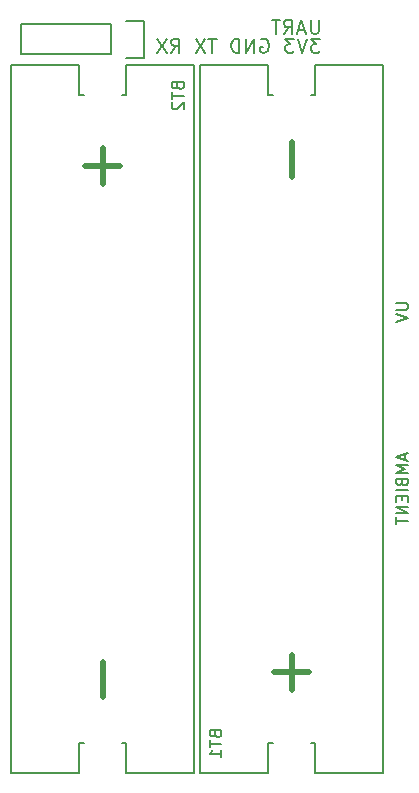
<source format=gbo>
G04 #@! TF.FileFunction,Legend,Bot*
%FSLAX46Y46*%
G04 Gerber Fmt 4.6, Leading zero omitted, Abs format (unit mm)*
G04 Created by KiCad (PCBNEW 4.0.5) date 2017 April 23, Sunday 17:14:46*
%MOMM*%
%LPD*%
G01*
G04 APERTURE LIST*
%ADD10C,0.100000*%
%ADD11C,0.200000*%
%ADD12C,0.150000*%
%ADD13C,0.500000*%
%ADD14C,0.844200*%
%ADD15C,0.800000*%
%ADD16R,1.987200X2.292000*%
%ADD17O,1.987200X2.292000*%
%ADD18C,2.760000*%
%ADD19C,1.860000*%
G04 APERTURE END LIST*
D10*
D11*
X26314287Y65457143D02*
X26314287Y64485714D01*
X26257144Y64371429D01*
X26200001Y64314286D01*
X26085715Y64257143D01*
X25857144Y64257143D01*
X25742858Y64314286D01*
X25685715Y64371429D01*
X25628572Y64485714D01*
X25628572Y65457143D01*
X25114287Y64600000D02*
X24542858Y64600000D01*
X25228572Y64257143D02*
X24828572Y65457143D01*
X24428572Y64257143D01*
X23342858Y64257143D02*
X23742858Y64828571D01*
X24028573Y64257143D02*
X24028573Y65457143D01*
X23571430Y65457143D01*
X23457144Y65400000D01*
X23400001Y65342857D01*
X23342858Y65228571D01*
X23342858Y65057143D01*
X23400001Y64942857D01*
X23457144Y64885714D01*
X23571430Y64828571D01*
X24028573Y64828571D01*
X23000001Y65457143D02*
X22314287Y65457143D01*
X22657144Y64257143D02*
X22657144Y65457143D01*
X26385714Y63857143D02*
X25642857Y63857143D01*
X26042857Y63400000D01*
X25871429Y63400000D01*
X25757143Y63342857D01*
X25700000Y63285714D01*
X25642857Y63171429D01*
X25642857Y62885714D01*
X25700000Y62771429D01*
X25757143Y62714286D01*
X25871429Y62657143D01*
X26214286Y62657143D01*
X26328572Y62714286D01*
X26385714Y62771429D01*
X25300000Y63857143D02*
X24900000Y62657143D01*
X24500000Y63857143D01*
X24214286Y63857143D02*
X23471429Y63857143D01*
X23871429Y63400000D01*
X23700001Y63400000D01*
X23585715Y63342857D01*
X23528572Y63285714D01*
X23471429Y63171429D01*
X23471429Y62885714D01*
X23528572Y62771429D01*
X23585715Y62714286D01*
X23700001Y62657143D01*
X24042858Y62657143D01*
X24157144Y62714286D01*
X24214286Y62771429D01*
X21414286Y63800000D02*
X21528572Y63857143D01*
X21700001Y63857143D01*
X21871429Y63800000D01*
X21985715Y63685714D01*
X22042858Y63571429D01*
X22100001Y63342857D01*
X22100001Y63171429D01*
X22042858Y62942857D01*
X21985715Y62828571D01*
X21871429Y62714286D01*
X21700001Y62657143D01*
X21585715Y62657143D01*
X21414286Y62714286D01*
X21357143Y62771429D01*
X21357143Y63171429D01*
X21585715Y63171429D01*
X20842858Y62657143D02*
X20842858Y63857143D01*
X20157143Y62657143D01*
X20157143Y63857143D01*
X19585715Y62657143D02*
X19585715Y63857143D01*
X19300000Y63857143D01*
X19128572Y63800000D01*
X19014286Y63685714D01*
X18957143Y63571429D01*
X18900000Y63342857D01*
X18900000Y63171429D01*
X18957143Y62942857D01*
X19014286Y62828571D01*
X19128572Y62714286D01*
X19300000Y62657143D01*
X19585715Y62657143D01*
X17642857Y63857143D02*
X16957143Y63857143D01*
X17300000Y62657143D02*
X17300000Y63857143D01*
X16671428Y63857143D02*
X15871428Y62657143D01*
X15871428Y63857143D02*
X16671428Y62657143D01*
X13814285Y62657143D02*
X14214285Y63228571D01*
X14500000Y62657143D02*
X14500000Y63857143D01*
X14042857Y63857143D01*
X13928571Y63800000D01*
X13871428Y63742857D01*
X13814285Y63628571D01*
X13814285Y63457143D01*
X13871428Y63342857D01*
X13928571Y63285714D01*
X14042857Y63228571D01*
X14500000Y63228571D01*
X13414285Y63857143D02*
X12614285Y62657143D01*
X12614285Y63857143D02*
X13414285Y62657143D01*
D12*
X33566667Y28654762D02*
X33566667Y28178571D01*
X33852381Y28750000D02*
X32852381Y28416667D01*
X33852381Y28083333D01*
X33852381Y27750000D02*
X32852381Y27750000D01*
X33566667Y27416666D01*
X32852381Y27083333D01*
X33852381Y27083333D01*
X33328571Y26273809D02*
X33376190Y26130952D01*
X33423810Y26083333D01*
X33519048Y26035714D01*
X33661905Y26035714D01*
X33757143Y26083333D01*
X33804762Y26130952D01*
X33852381Y26226190D01*
X33852381Y26607143D01*
X32852381Y26607143D01*
X32852381Y26273809D01*
X32900000Y26178571D01*
X32947619Y26130952D01*
X33042857Y26083333D01*
X33138095Y26083333D01*
X33233333Y26130952D01*
X33280952Y26178571D01*
X33328571Y26273809D01*
X33328571Y26607143D01*
X33852381Y25607143D02*
X32852381Y25607143D01*
X33328571Y25130953D02*
X33328571Y24797619D01*
X33852381Y24654762D02*
X33852381Y25130953D01*
X32852381Y25130953D01*
X32852381Y24654762D01*
X33852381Y24226191D02*
X32852381Y24226191D01*
X33852381Y23654762D01*
X32852381Y23654762D01*
X32852381Y23321429D02*
X32852381Y22750000D01*
X33852381Y23035715D02*
X32852381Y23035715D01*
X32852381Y41464286D02*
X33661905Y41464286D01*
X33757143Y41416667D01*
X33804762Y41369048D01*
X33852381Y41273810D01*
X33852381Y41083333D01*
X33804762Y40988095D01*
X33757143Y40940476D01*
X33661905Y40892857D01*
X32852381Y40892857D01*
X32852381Y40559524D02*
X33852381Y40226191D01*
X32852381Y39892857D01*
X8720001Y62530000D02*
X1100001Y62530000D01*
X8720001Y65070000D02*
X1100001Y65070000D01*
X11540001Y65350000D02*
X9990001Y65350000D01*
X1100001Y62530000D02*
X1100001Y65070000D01*
X8720001Y65070000D02*
X8720001Y62530000D01*
X9990001Y62250000D02*
X11540001Y62250000D01*
X11540001Y62250000D02*
X11540001Y65350000D01*
X22000000Y59060000D02*
X22000000Y61590000D01*
X22400000Y59060000D02*
X22000000Y59060000D01*
X26000000Y59060000D02*
X26000000Y61590000D01*
X25600000Y59060000D02*
X26000000Y59060000D01*
D13*
X24000000Y52150000D02*
X24000000Y55150000D01*
X24000000Y8700000D02*
X24000000Y11700000D01*
X22500000Y10200000D02*
X25500000Y10200000D01*
D12*
X22000000Y4200000D02*
X22000000Y1700000D01*
X22400000Y4200000D02*
X22000000Y4200000D01*
X26000000Y4200000D02*
X26000000Y1700000D01*
X25600000Y4200000D02*
X26000000Y4200000D01*
X22000000Y1670000D02*
X16230000Y1670000D01*
X31770000Y61590000D02*
X26000000Y61590000D01*
X31770000Y1665000D02*
X31770000Y61595000D01*
X16230000Y1665000D02*
X16230000Y61595000D01*
X31770000Y1670000D02*
X26000000Y1670000D01*
X22000000Y61595000D02*
X16230000Y61595000D01*
X10000000Y4200000D02*
X10000000Y1670000D01*
X9600000Y4200000D02*
X10000000Y4200000D01*
X6000000Y4200000D02*
X6000000Y1670000D01*
X6400000Y4200000D02*
X6000000Y4200000D01*
D13*
X8000000Y11110000D02*
X8000000Y8110000D01*
X8000000Y54560000D02*
X8000000Y51560000D01*
X9500000Y53060000D02*
X6500000Y53060000D01*
D12*
X10000000Y59060000D02*
X10000000Y61560000D01*
X9600000Y59060000D02*
X10000000Y59060000D01*
X6000000Y59060000D02*
X6000000Y61560000D01*
X6400000Y59060000D02*
X6000000Y59060000D01*
X10000000Y61590000D02*
X15770000Y61590000D01*
X230000Y1670000D02*
X6000000Y1670000D01*
X230000Y61595000D02*
X230000Y1665000D01*
X15770000Y61595000D02*
X15770000Y1665000D01*
X230000Y61590000D02*
X6000000Y61590000D01*
X10000000Y1665000D02*
X15770000Y1665000D01*
X17528571Y4985714D02*
X17576190Y4842857D01*
X17623810Y4795238D01*
X17719048Y4747619D01*
X17861905Y4747619D01*
X17957143Y4795238D01*
X18004762Y4842857D01*
X18052381Y4938095D01*
X18052381Y5319048D01*
X17052381Y5319048D01*
X17052381Y4985714D01*
X17100000Y4890476D01*
X17147619Y4842857D01*
X17242857Y4795238D01*
X17338095Y4795238D01*
X17433333Y4842857D01*
X17480952Y4890476D01*
X17528571Y4985714D01*
X17528571Y5319048D01*
X17052381Y4461905D02*
X17052381Y3890476D01*
X18052381Y4176191D02*
X17052381Y4176191D01*
X18052381Y3033333D02*
X18052381Y3604762D01*
X18052381Y3319048D02*
X17052381Y3319048D01*
X17195238Y3414286D01*
X17290476Y3509524D01*
X17338095Y3604762D01*
X14328571Y59845714D02*
X14376190Y59702857D01*
X14423810Y59655238D01*
X14519048Y59607619D01*
X14661905Y59607619D01*
X14757143Y59655238D01*
X14804762Y59702857D01*
X14852381Y59798095D01*
X14852381Y60179048D01*
X13852381Y60179048D01*
X13852381Y59845714D01*
X13900000Y59750476D01*
X13947619Y59702857D01*
X14042857Y59655238D01*
X14138095Y59655238D01*
X14233333Y59702857D01*
X14280952Y59750476D01*
X14328571Y59845714D01*
X14328571Y60179048D01*
X13852381Y59321905D02*
X13852381Y58750476D01*
X14852381Y59036191D02*
X13852381Y59036191D01*
X13947619Y58464762D02*
X13900000Y58417143D01*
X13852381Y58321905D01*
X13852381Y58083809D01*
X13900000Y57988571D01*
X13947619Y57940952D01*
X14042857Y57893333D01*
X14138095Y57893333D01*
X14280952Y57940952D01*
X14852381Y58512381D01*
X14852381Y57893333D01*
%LPC*%
D14*
X21900000Y12900000D03*
X22400000Y13650000D03*
X21400000Y13650000D03*
X21400000Y12150000D03*
X22400000Y12150000D03*
D15*
X6300000Y52099998D03*
X5400000Y52099998D03*
X5850000Y51199998D03*
X5850000Y52999998D03*
D16*
X9990001Y63800000D03*
D17*
X7450001Y63800000D03*
X4910001Y63800000D03*
X2370001Y63800000D03*
D18*
X24000000Y4200000D03*
X24000000Y59060000D03*
D19*
X30730000Y4200000D03*
D18*
X8000000Y59060000D03*
X8000000Y4200000D03*
D19*
X1270000Y59060000D03*
M02*

</source>
